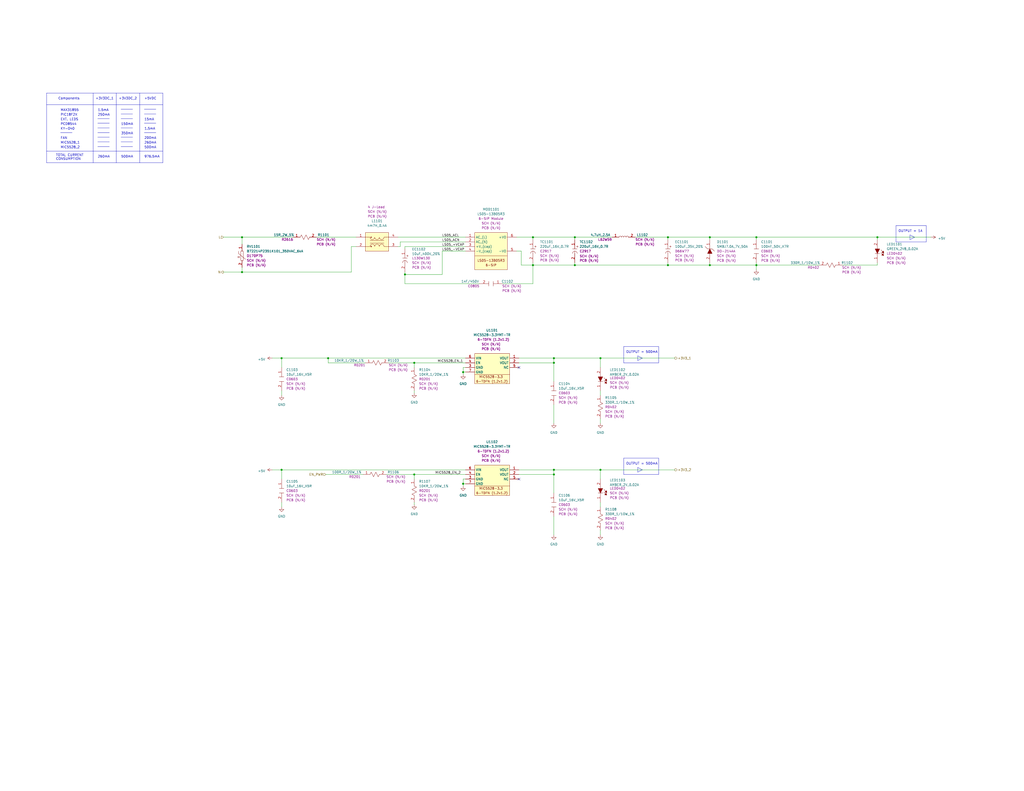
<source format=kicad_sch>
(kicad_sch (version 20230121) (generator eeschema)
  (paper "C")
  (title_block (title "Hot Plate") (date "09/15/2023") (rev "v1.0") (company "Mend0z0") (comment 1 "v1") (comment 2 "RELEASED") (comment 3 "Siavash Taher Parvar") (comment 8 "N/A"))
  (junction (at 387.35 144.78))
  (junction (at 327.66 195.58))
  (junction (at 364.49 129.54))
  (junction (at 290.83 129.54))
  (junction (at 252.73 203.2))
  (junction (at 302.26 256.54))
  (junction (at 226.06 259.08))
  (junction (at 252.73 264.16))
  (junction (at 153.67 195.58))
  (junction (at 226.06 198.12))
  (junction (at 290.83 144.78))
  (junction (at 364.49 144.78))
  (junction (at 302.26 259.08))
  (junction (at 132.08 148.59))
  (junction (at 412.75 129.54))
  (junction (at 412.75 144.78))
  (junction (at 313.69 144.78))
  (junction (at 132.08 129.54))
  (junction (at 478.79 129.54))
  (junction (at 179.07 195.58))
  (junction (at 302.26 195.58))
  (junction (at 220.98 149.86))
  (junction (at 302.26 198.12))
  (junction (at 387.35 129.54))
  (junction (at 313.69 129.54))
  (junction (at 327.66 256.54))
  (junction (at 153.67 256.54))
  (no_connect (at 283.21 200.66))
  (no_connect (at 283.21 261.62))
  (wire (pts (xy 290.83 129.54) (xy 290.83 130.81)))
  (wire (pts (xy 327.66 195.58) (xy 302.26 195.58)))
  (wire (pts (xy 220.98 149.86) (xy 220.98 154.94)))
  (wire (pts (xy 199.39 198.12) (xy 179.07 198.12)))
  (polyline (pts (xy 53.34 77.47) (xy 59.69 77.47)))
  (wire (pts (xy 302.26 231.14) (xy 302.26 220.98)))
  (wire (pts (xy 191.77 148.59) (xy 132.08 148.59)))
  (wire (pts (xy 241.3 137.16) (xy 241.3 149.86)))
  (wire (pts (xy 346.71 129.54) (xy 364.49 129.54)))
  (wire (pts (xy 364.49 143.51) (xy 364.49 144.78)))
  (wire (pts (xy 220.98 149.86) (xy 220.98 148.59)))
  (wire (pts (xy 387.35 129.54) (xy 387.35 130.81)))
  (polyline (pts (xy 53.34 67.31) (xy 59.69 67.31)))
  (polyline (pts (xy 66.04 74.93) (xy 72.39 74.93)))
  (wire (pts (xy 313.69 129.54) (xy 334.01 129.54)))
  (polyline (pts (xy 53.34 80.01) (xy 59.69 80.01)))
  (polyline (pts (xy 66.04 59.69) (xy 72.39 59.69)))
  (wire (pts (xy 364.49 144.78) (xy 387.35 144.78)))
  (polyline (pts (xy 63.5 50.8) (xy 63.5 88.9)))
  (wire (pts (xy 254 137.16) (xy 241.3 137.16)))
  (wire (pts (xy 160.02 129.54) (xy 132.08 129.54)))
  (wire (pts (xy 226.06 259.08) (xy 254 259.08)))
  (wire (pts (xy 172.72 129.54) (xy 194.31 129.54)))
  (polyline (pts (xy 53.34 64.77) (xy 59.69 64.77)))
  (polyline (pts (xy 359.41 259.08) (xy 340.36 259.08)))
  (wire (pts (xy 327.66 195.58) (xy 368.3 195.58)))
  (wire (pts (xy 254 195.58) (xy 179.07 195.58)))
  (polyline (pts (xy 347.98 194.31) (xy 350.52 195.58)))
  (polyline (pts (xy 78.74 72.39) (xy 85.09 72.39)))
  (polyline (pts (xy 340.36 250.19) (xy 340.36 259.08)))
  (wire (pts (xy 210.82 259.08) (xy 226.06 259.08)))
  (wire (pts (xy 132.08 148.59) (xy 132.08 146.05)))
  (wire (pts (xy 121.92 148.59) (xy 132.08 148.59)))
  (polyline (pts (xy 66.04 69.85) (xy 72.39 69.85)))
  (wire (pts (xy 313.69 130.81) (xy 313.69 129.54)))
  (wire (pts (xy 191.77 134.62) (xy 194.31 134.62)))
  (wire (pts (xy 302.26 256.54) (xy 302.26 259.08)))
  (polyline (pts (xy 340.36 250.19) (xy 359.41 250.19)))
  (polyline (pts (xy 78.74 67.31) (xy 85.09 67.31)))
  (wire (pts (xy 283.21 198.12) (xy 302.26 198.12)))
  (wire (pts (xy 412.75 147.32) (xy 412.75 144.78)))
  (polyline (pts (xy 505.46 132.08) (xy 488.95 132.08)))
  (wire (pts (xy 252.73 204.47) (xy 252.73 203.2)))
  (wire (pts (xy 327.66 256.54) (xy 368.3 256.54)))
  (polyline (pts (xy 347.98 255.27) (xy 347.98 257.81)))
  (wire (pts (xy 252.73 200.66) (xy 252.73 203.2)))
  (polyline (pts (xy 66.04 64.77) (xy 72.39 64.77)))
  (polyline (pts (xy 347.98 196.85) (xy 350.52 195.58)))
  (wire (pts (xy 218.44 132.08) (xy 254 132.08)))
  (polyline (pts (xy 488.95 123.19) (xy 505.46 123.19)))
  (polyline (pts (xy 496.57 128.27) (xy 499.11 129.54)))
  (polyline (pts (xy 78.74 59.69) (xy 85.09 59.69)))
  (wire (pts (xy 281.94 137.16) (xy 284.48 137.16)))
  (wire (pts (xy 290.83 144.78) (xy 313.69 144.78)))
  (polyline (pts (xy 76.2 50.8) (xy 76.2 88.9)))
  (wire (pts (xy 364.49 129.54) (xy 387.35 129.54)))
  (wire (pts (xy 254 200.66) (xy 252.73 200.66)))
  (polyline (pts (xy 25.4 57.15) (xy 88.9 57.15)))
  (wire (pts (xy 302.26 198.12) (xy 302.26 208.28)))
  (polyline (pts (xy 347.98 255.27) (xy 350.52 256.54)))
  (wire (pts (xy 252.73 265.43) (xy 252.73 264.16)))
  (wire (pts (xy 226.06 259.08) (xy 226.06 261.62)))
  (polyline (pts (xy 488.95 123.19) (xy 488.95 132.08)))
  (wire (pts (xy 132.08 129.54) (xy 132.08 133.35)))
  (polyline (pts (xy 359.41 250.19) (xy 359.41 259.08)))
  (wire (pts (xy 478.79 130.81) (xy 478.79 129.54)))
  (wire (pts (xy 327.66 200.66) (xy 327.66 195.58)))
  (wire (pts (xy 459.74 144.78) (xy 478.79 144.78)))
  (polyline (pts (xy 347.98 257.81) (xy 350.52 256.54)))
  (wire (pts (xy 412.75 130.81) (xy 412.75 129.54)))
  (wire (pts (xy 387.35 144.78) (xy 387.35 143.51)))
  (wire (pts (xy 284.48 144.78) (xy 290.83 144.78)))
  (wire (pts (xy 179.07 195.58) (xy 179.07 198.12)))
  (wire (pts (xy 412.75 129.54) (xy 387.35 129.54)))
  (wire (pts (xy 302.26 259.08) (xy 302.26 269.24)))
  (wire (pts (xy 153.67 256.54) (xy 254 256.54)))
  (polyline (pts (xy 25.4 82.55) (xy 88.9 82.55)))
  (wire (pts (xy 252.73 203.2) (xy 254 203.2)))
  (wire (pts (xy 313.69 143.51) (xy 313.69 144.78)))
  (wire (pts (xy 327.66 231.14) (xy 327.66 228.6)))
  (wire (pts (xy 153.67 256.54) (xy 153.67 261.62)))
  (wire (pts (xy 218.44 134.62) (xy 217.17 134.62)))
  (polyline (pts (xy 496.57 128.27) (xy 496.57 130.81)))
  (polyline (pts (xy 66.04 62.23) (xy 72.39 62.23)))
  (wire (pts (xy 327.66 292.1) (xy 327.66 289.56)))
  (polyline (pts (xy 505.46 123.19) (xy 505.46 132.08)))
  (wire (pts (xy 274.32 154.94) (xy 290.83 154.94)))
  (wire (pts (xy 313.69 144.78) (xy 364.49 144.78)))
  (wire (pts (xy 327.66 256.54) (xy 302.26 256.54)))
  (wire (pts (xy 412.75 144.78) (xy 387.35 144.78)))
  (wire (pts (xy 284.48 137.16) (xy 284.48 144.78)))
  (wire (pts (xy 226.06 198.12) (xy 226.06 200.66)))
  (polyline (pts (xy 359.41 189.23) (xy 359.41 198.12)))
  (polyline (pts (xy 347.98 194.31) (xy 347.98 196.85)))
  (wire (pts (xy 179.07 195.58) (xy 153.67 195.58)))
  (wire (pts (xy 478.79 129.54) (xy 412.75 129.54)))
  (wire (pts (xy 148.59 195.58) (xy 153.67 195.58)))
  (wire (pts (xy 283.21 259.08) (xy 302.26 259.08)))
  (wire (pts (xy 281.94 129.54) (xy 290.83 129.54)))
  (wire (pts (xy 302.26 195.58) (xy 302.26 198.12)))
  (wire (pts (xy 252.73 264.16) (xy 254 264.16)))
  (wire (pts (xy 508 129.54) (xy 478.79 129.54)))
  (polyline (pts (xy 66.04 80.01) (xy 72.39 80.01)))
  (polyline (pts (xy 53.34 69.85) (xy 59.69 69.85)))
  (wire (pts (xy 226.06 198.12) (xy 254 198.12)))
  (wire (pts (xy 327.66 274.32) (xy 327.66 276.86)))
  (wire (pts (xy 191.77 134.62) (xy 191.77 148.59)))
  (polyline (pts (xy 53.34 74.93) (xy 59.69 74.93)))
  (wire (pts (xy 212.09 198.12) (xy 226.06 198.12)))
  (wire (pts (xy 220.98 134.62) (xy 220.98 135.89)))
  (polyline (pts (xy 78.74 62.23) (xy 85.09 62.23)))
  (wire (pts (xy 153.67 213.36) (xy 153.67 215.9)))
  (polyline (pts (xy 53.34 72.39) (xy 59.69 72.39)))
  (polyline (pts (xy 340.36 189.23) (xy 340.36 198.12)))
  (polyline (pts (xy 66.04 77.47) (xy 72.39 77.47)))
  (polyline (pts (xy 496.57 130.81) (xy 499.11 129.54)))
  (wire (pts (xy 177.8 259.08) (xy 198.12 259.08)))
  (wire (pts (xy 254 261.62) (xy 252.73 261.62)))
  (wire (pts (xy 478.79 144.78) (xy 478.79 143.51)))
  (wire (pts (xy 217.17 129.54) (xy 254 129.54)))
  (polyline (pts (xy 50.8 50.8) (xy 50.8 88.9)))
  (wire (pts (xy 121.92 129.54) (xy 132.08 129.54)))
  (polyline (pts (xy 359.41 198.12) (xy 340.36 198.12)))
  (wire (pts (xy 412.75 144.78) (xy 447.04 144.78)))
  (wire (pts (xy 290.83 143.51) (xy 290.83 144.78)))
  (wire (pts (xy 290.83 154.94) (xy 290.83 144.78)))
  (wire (pts (xy 254 134.62) (xy 220.98 134.62)))
  (wire (pts (xy 252.73 261.62) (xy 252.73 264.16)))
  (wire (pts (xy 412.75 143.51) (xy 412.75 144.78)))
  (wire (pts (xy 153.67 195.58) (xy 153.67 200.66)))
  (polyline (pts (xy 33.02 72.39) (xy 39.37 72.39)))
  (wire (pts (xy 226.06 214.63) (xy 226.06 213.36)))
  (wire (pts (xy 364.49 129.54) (xy 364.49 130.81)))
  (wire (pts (xy 290.83 129.54) (xy 313.69 129.54)))
  (wire (pts (xy 327.66 261.62) (xy 327.66 256.54)))
  (wire (pts (xy 283.21 256.54) (xy 302.26 256.54)))
  (wire (pts (xy 302.26 292.1) (xy 302.26 281.94)))
  (wire (pts (xy 148.59 256.54) (xy 153.67 256.54)))
  (polyline (pts (xy 340.36 189.23) (xy 359.41 189.23)))
  (wire (pts (xy 220.98 149.86) (xy 241.3 149.86)))
  (wire (pts (xy 226.06 275.59) (xy 226.06 274.32)))
  (wire (pts (xy 218.44 134.62) (xy 218.44 132.08)))
  (wire (pts (xy 153.67 274.32) (xy 153.67 276.86)))
  (wire (pts (xy 283.21 195.58) (xy 302.26 195.58)))
  (wire (pts (xy 327.66 213.36) (xy 327.66 215.9)))
  (wire (pts (xy 220.98 154.94) (xy 261.62 154.94)))
  (rectangle (start 25.4 50.8) (end 88.9 88.9))
  (text "+5VDC" (at 78.74 54.61 0) (effects (font (size 1.27 1.27)) (justify left bottom)))
  (text "500mA" (at 78.74 81.28 0) (effects (font (size 1.27 1.27)) (justify left bottom)))
  (text "260mA" (at 53.34 86.36 0) (effects (font (size 1.27 1.27)) (justify left bottom)))
  (text "350mA" (at 66.04 73.66 0) (effects (font (size 1.27 1.27)) (justify left bottom)))
  (text "1.5mA" (at 53.34 60.96 0) (effects (font (size 1.27 1.27)) (justify left bottom)))
  (text "PIC18F2X" (at 33.02 63.5 0) (effects (font (size 1.27 1.27)) (justify left bottom)))
  (text "TOTAL CURRENT\nCONSUMPTION" (at 30.48 87.63 0) (effects (font (size 1.27 1.27)) (justify left bottom)))
  (text "EXT. LEDS" (at 33.02 66.04 0) (effects (font (size 1.27 1.27)) (justify left bottom)))
  (text "500mA" (at 66.04 86.36 0) (effects (font (size 1.27 1.27)) (justify left bottom)))
  (text "150mA" (at 66.04 68.58 0) (effects (font (size 1.27 1.27)) (justify left bottom)))
  (text "Components" (at 31.75 54.61 0) (effects (font (size 1.27 1.27)) (justify left bottom)))
  (text "200mA" (at 78.74 76.2 0) (effects (font (size 1.27 1.27)) (justify left bottom)))
  (text "260mA" (at 78.74 78.74 0) (effects (font (size 1.27 1.27)) (justify left bottom)))
  (text "+3V3DC_1" (at 52.07 54.61 0) (effects (font (size 1.27 1.27)) (justify left bottom)))
  (text "1.5mA" (at 78.74 71.12 0) (effects (font (size 1.27 1.27)) (justify left bottom)))
  (text "FAN" (at 33.02 76.2 0) (effects (font (size 1.27 1.27)) (justify left bottom)))
  (text "15mA" (at 78.74 66.04 0) (effects (font (size 1.27 1.27)) (justify left bottom)))
  (text "OUTPUT = 500mA" (at 341.63 254 0) (effects (font (size 1.27 1.27)) (justify left bottom)))
  (text "976.5mA" (at 78.74 86.36 0) (effects (font (size 1.27 1.27)) (justify left bottom)))
  (text "+3V3DC_2" (at 64.77 54.61 0) (effects (font (size 1.27 1.27)) (justify left bottom)))
  (text "MIC5528_1" (at 33.02 78.74 0) (effects (font (size 1.27 1.27)) (justify left bottom)))
  (text "PCD8544" (at 33.02 68.58 0) (effects (font (size 1.27 1.27)) (justify left bottom)))
  (text "OUTPUT = 500mA" (at 341.63 193.04 0) (effects (font (size 1.27 1.27)) (justify left bottom)))
  (text "250mA" (at 53.34 63.5 0) (effects (font (size 1.27 1.27)) (justify left bottom)))
  (text "OUTPUT = 1A" (at 490.22 127 0) (effects (font (size 1.27 1.27)) (justify left bottom)))
  (text "MAX31855" (at 33.02 60.96 0) (effects (font (size 1.27 1.27)) (justify left bottom)))
  (text "MIC5528_2" (at 33.02 81.28 0) (effects (font (size 1.27 1.27)) (justify left bottom)))
  (text "KY-040" (at 33.02 71.12 0) (effects (font (size 1.27 1.27)) (justify left bottom)))
  (label "LS05_ACN" (at 241.3 132.08 0))
  (label "LS05_+VCAP" (at 241.3 134.62 0))
  (label "MIC5528_EN_2" (at 237.49 259.08 0))
  (label "LS05_ACL" (at 241.3 129.54 0))
  (label "LS05_-VCAP" (at 241.3 137.16 0))
  (label "MIC5528_EN_1" (at 238.76 198.12 0))
  (hierarchical_label "+3V3_1" (shape output) (at 368.3 195.58 0))
  (hierarchical_label "EN_PWR" (shape input) (at 177.8 259.08 180))
  (hierarchical_label "N" (shape output) (at 121.92 148.59 180))
  (hierarchical_label "L" (shape input) (at 121.92 129.54 180))
  (hierarchical_label "+3V3_2" (shape output) (at 368.3 256.54 0))
  (symbol (lib_id "_SCHLIB_HotPlate:CAP_10uF_16V_X5R_C0603") (at 153.67 261.62 270) (unit 1)
    (property "Reference" "C1105" (at 156.21 262.89 90) (effects (justify left)))
    (property "Value" "10uF_16V_X5R" (at 156.21 265.43 90) (effects (justify left)))
    (property "Footprint" "Capacitor_SMD:C_0603_1608Metric" (effects hide))
    (property "Datasheet" "https://search.murata.co.jp/Ceramy/image/img/A01X/G101/ENG/GRT188R61C106KE13-01.pdf" (effects hide))
    (property "Description" "10 µF ±10% 16V Ceramic Capacitor X5R 0603 (1608 Metric)" (effects hide))
    (property "Link" "https://www.digikey.ca/en/products/detail/murata-electronics/GRT188R61C106KE13J/13904802" (effects hide))
    (property "SCH CHECK" "SCH (N/A)" (at 156.21 270.51 90) (effects (justify left)))
    (property "Package" "C0603" (at 156.21 267.97 90) (effects (justify left)))
    (property "Part Number (Manufacturer)" "GRT188R61C106KE13J" (effects hide))
    (property "Manufacturer" "Murata Electronics" (effects hide))
    (property "Part Number (Vendor)" "490-GRT188R61C106KE13JTR-ND" (effects hide))
    (property "Vendor" "Digikey" (effects hide))
    (property "PCB CHECk" "PCB (N/A)" (at 156.21 273.05 90) (effects (justify left)))
  )
  (symbol (lib_id "_SCHLIB_HotPlate:VDR_MOV_B72214P2351K101_350VAC_460VDC_6kA_D170P75") (at 132.08 133.35 270) (unit 1)
    (property "Reference" "RV1101" (at 134.62 134.62 90) (effects (justify left)))
    (property "Value" "B72214P2351K101_350VAC_6kA" (at 134.62 137.16 90) (effects (justify left)))
    (property "Footprint" "Varistor:RV_Disc_D16.5mm_W6.7mm_P7.5mm" (effects hide))
    (property "Datasheet" "https://product.tdk.com/en/system/files?file=dam/doc/product/protection/voltage/lead-disk-varistor/data_sheet/70/db/var/siov_leaded_advanced_mp_14mm.pdf" (effects hide))
    (property "Description" "560 V 6 kA Varistor 1 Circuit Through Hole Disc 16.5mm" (effects hide))
    (property "Link" "https://www.digikey.ca/en/products/detail/epcos-tdk-electronics/B72214P2351K101/4931638" (effects hide))
    (property "SCH CHECK" "SCH (N/A)" (at 134.62 142.24 90) (effects (justify left)))
    (property "Package" "D170P75" (at 134.62 139.7 90) (effects (justify left)))
    (property "Part Number (Manufacturer)" "B72214P2351K101" (effects hide))
    (property "Manufacturer" "EPCOS - TDK Electronics" (effects hide))
    (property "Part Number (Vendor)" "495-B72214P2351K101-ND" (effects hide))
    (property "Vendor" "Digikey" (effects hide))
    (property "PCB CHECk" "PCB (N/A)" (at 134.62 144.78 90) (effects (justify left)))
  )
  (symbol (lib_id "power:GND") (at 302.26 231.14 0) (unit 1)
    (property "Reference" "#PWR01107" (effects hide))
    (property "Value" "GND" (at 302.26 236.22 0))
  )
  (symbol (lib_id "_SCHLIB_HotPlate:DIODE_LED_AMBER_2V_0.02A_592nm_LED0402") (at 327.66 200.66 270) (unit 1)
    (property "Reference" "LED1102" (at 332.74 201.93 90) (effects (justify left)))
    (property "Value" "AMBER_2V_0.02A" (at 332.74 204.47 90) (effects (justify left)))
    (property "Footprint" "LED_SMD:LED_0402_1005Metric" (effects hide))
    (property "Datasheet" "https://media.digikey.com/pdf/Data%20Sheets/Harvatek%20PDFs/B2841UY--20D000414U1930.pdf" (effects hide))
    (property "Description" "Amber LED Indication - Discrete 2V 0402 (1005 Metric)" (effects hide))
    (property "Link" "https://www.digikey.ca/en/products/detail/harvatek-corporation/B2841UY-20D000414U1930/16729525" (effects hide))
    (property "SCH CHECK" "SCH (N/A)" (at 332.74 208.9785 90) (effects (justify left)))
    (property "Package" "LED0402" (at 332.74 206.4385 90) (effects (justify left)))
    (property "Part Number (Manufacturer)" "B2841UY--20D000414U1930" (effects hide))
    (property "Manufacturer" "Harvatek Corporation" (effects hide))
    (property "Part Number (Vendor)" "3147-B2841UY--20D000414U1930TR-ND" (effects hide))
    (property "Vendor" "Digikey" (effects hide))
    (property "PCB CHECk" "PCB (N/A)" (at 332.74 211.5185 90) (effects (justify left)))
  )
  (symbol (lib_id "power:GND") (at 226.06 275.59 0) (unit 1)
    (property "Reference" "#PWR01111" (effects hide))
    (property "Value" "GND" (at 226.06 280.67 0))
  )
  (symbol (lib_id "_SCHLIB_HotPlate:RES_330R_1/10W_1%_R0402") (at 327.66 276.86 270) (unit 1)
    (property "Reference" "R1108" (at 330.2 278.13 90) (effects (justify left)))
    (property "Value" "330R_1/10W_1%" (at 330.2 280.67 90) (effects (justify left)))
    (property "Footprint" "Resistor_SMD:R_0402_1005Metric" (effects hide))
    (property "Datasheet" "https://industrial.panasonic.com/cdbs/www-data/pdf/RDA0000/AOA0000C304.pdf" (effects hide))
    (property "Description" "330 Ohms ±1% 0.1W, 1/10W Chip Resistor 0402 (1005 Metric) Automotive AEC-Q200 Thick Film" (effects hide))
    (property "Link" "https://www.digikey.ca/en/products/detail/panasonic-electronic-components/ERJ-2RKF3300X/1746189" (effects hide))
    (property "SCH CHECK" "SCH (N/A)" (at 330.2 285.75 90) (effects (justify left)))
    (property "Package" "R0402" (at 330.2 283.21 90) (effects (justify left)))
    (property "Part Number (Manufacturer)" "ERJ-2RKF3300X" (effects hide))
    (property "Manufacturer" "Panasonic Electronic Components" (effects hide))
    (property "Part Number (Vendor)" "P330LTR-ND" (effects hide))
    (property "Vendor" "Digikey" (effects hide))
    (property "PCB CHECk" "PCB (N/A)" (at 330.2 288.29 90) (effects (justify left)))
  )
  (symbol (lib_id "_SCHLIB_HotPlate:RES_10KR_1/20W_1%_R0201") (at 226.06 200.66 270) (unit 1)
    (property "Reference" "R1104" (at 228.6 201.93 90) (effects (justify left)))
    (property "Value" "10KR_1/20W_1%" (at 228.6 204.47 90) (effects (justify left)))
    (property "Footprint" "Resistor_SMD:R_0201_0603Metric" (effects hide))
    (property "Datasheet" "https://www.seielect.com/Catalog/SEI-RMCF_RMCP.pdf" (effects hide))
    (property "Description" "10 kOhms ±1% 0.05W, 1/20W Chip Resistor 0201 (0603 Metric) Thick Film" (effects hide))
    (property "Link" "https://www.digikey.ca/en/products/detail/stackpole-electronics-inc/RMCF0201FT10K0/1714990" (effects hide))
    (property "SCH CHECK" "SCH (N/A)" (at 228.6 209.55 90) (effects (justify left)))
    (property "Package" "R0201" (at 228.6 207.01 90) (effects (justify left)))
    (property "Part Number (Manufacturer)" "RMCF0201FT10K0" (effects hide))
    (property "Manufacturer" "Stackpole Electronics Inc" (effects hide))
    (property "Part Number (Vendor)" "RMCF0201FT10K0TR-ND" (effects hide))
    (property "Vendor" "Digikey" (effects hide))
    (property "PCB CHECk" "PCB (N/A)" (at 228.6 212.09 90) (effects (justify left)))
  )
  (symbol (lib_id "power:+5V") (at 148.59 256.54 90) (unit 1)
    (property "Reference" "#PWR01109" (effects hide))
    (property "Value" "+5V" (at 144.78 257.175 90) (effects (justify left)))
  )
  (symbol (lib_id "power:+5V") (at 508 129.54 270) (unit 1)
    (property "Reference" "#PWR01101" (effects hide))
    (property "Value" "+5V" (at 511.81 130.175 90) (effects (justify left)))
  )
  (symbol (lib_id "_SCHLIB_HotPlate:IC_PMIC_MIC5528-3.3YMT-TR_LDO_3.3V_0.5A_6-TDFN (1.2x1.2)") (at 259.08 193.04 0) (unit 1)
    (property "Reference" "U1101" (at 268.4587 180.34 0))
    (property "Value" "MIC5528-3.3YMT-TR" (at 268.4587 182.88 0))
    (property "Footprint" "Package_DFN_QFN:DFN-6-1EP_1.2x1.2mm_P0.4mm_EP0.3x0.94mm_PullBack" (effects hide))
    (property "Datasheet" "https://ww1.microchip.com/downloads/aemDocuments/documents/OTH/ProductDocuments/DataSheets/MIC5528-High-Performance-500mA-LDO-in-Thin-and-Extra-Thin-DFN-Packages-DS20005982B.pdf" (effects hide))
    (property "Description" "Linear Voltage Regulator IC Positive Fixed 1 Output 500mA 6-TDFN (1.2x1.2)" (effects hide))
    (property "Link" "https://www.digikey.ca/en/products/detail/microchip-technology/MIC5528-3-3YMT-TR/4864020" (effects hide))
    (property "SCH CHECK" "SCH (N/A)" (at 267.97 187.96 0))
    (property "Part Number (Manufacturer)" "MIC5528-3.3YMT-TR" (effects hide))
    (property "Package" "6-TDFN (1.2x1.2)" (at 269.24 185.42 0))
    (property "Manufacturer" "Microchip Technology" (effects hide))
    (property "Part Number (Vendor)" "576-4766-2-ND" (effects hide))
    (property "Vendor" "Digikey" (effects hide))
    (property "PCB CHECk" "PCB (N/A)" (at 267.97 190.5 0))
  )
  (symbol (lib_id "_SCHLIB_HotPlate:DIODE_TVS_SMBJ7.0A_7V_7.78V_50A(10/1000us)_SMB") (at 387.35 143.51 90) (unit 1)
    (property "Reference" "D1101" (at 391.16 132.08 90) (effects (justify right)))
    (property "Value" "SMBJ7.0A_7V_50A" (at 391.16 134.62 90) (effects (justify right)))
    (property "Footprint" "Diode_SMD:D_SMB" (effects hide))
    (property "Datasheet" "https://www.bourns.com/docs/Product-Datasheets/SMBJ.pdf" (effects hide))
    (property "Description" "12V Clamp 50A Ipp Tvs Diode Surface Mount SMB (DO-214AA)" (effects hide))
    (property "Link" "https://www.digikey.ca/en/products/detail/bourns-inc/SMBJ7-0A/2254167" (effects hide))
    (property "SCH CHECK" "SCH (N/A)" (at 391.16 139.7 90) (effects (justify right)))
    (property "Part Number (Manufacturer)" "SMBJ7.0A" (effects hide))
    (property "Package" "DO-214AA" (at 391.16 137.16 90) (effects (justify right)))
    (property "Manufacturer" "Bourns Inc." (effects hide))
    (property "Part Number (Vendor)" "SMBJ7.0ABTR-ND" (effects hide))
    (property "Vendor" "Digikey" (effects hide))
    (property "PCB CHECk" "PCB (N/A)" (at 391.16 142.24 90) (effects (justify right)))
  )
  (symbol (lib_id "_SCHLIB_HotPlate:CAP_100nF_50V_X7R_C0603") (at 412.75 130.81 270) (unit 1)
    (property "Reference" "C1101" (at 415.29 132.08 90) (effects (justify left)))
    (property "Value" "100nF_50V_X7R" (at 415.29 134.62 90) (effects (justify left)))
    (property "Footprint" "Capacitor_SMD:C_0603_1608Metric" (effects hide))
    (property "Datasheet" "https://mm.digikey.com/Volume0/opasdata/d220001/medias/docus/609/CL10B104KB8NNNC_Spec.pdf" (effects hide))
    (property "Description" "0.1 µF ±10% 50V Ceramic Capacitor X7R 0603 (1608 Metric)" (effects hide))
    (property "Link" "https://www.digikey.ca/en/products/detail/samsung-electro-mechanics/CL10B104KB8NNNC/3886658" (effects hide))
    (property "SCH CHECK" "SCH (N/A)" (at 415.29 139.7 90) (effects (justify left)))
    (property "Package" "C0603" (at 415.29 137.16 90) (effects (justify left)))
    (property "Part Number (Manufacturer)" "CL10B104KB8NNNC" (effects hide))
    (property "Manufacturer" "1276-1000-2-ND" (effects hide))
    (property "Part Number (Vendor)" "Samsung Electro-Mechanics" (effects hide))
    (property "Vendor" "Digikey" (effects hide))
    (property "PCB CHECk" "PCB (N/A)" (at 415.29 142.24 90) (effects (justify left)))
  )
  (symbol (lib_id "_SCHLIB_HotPlate:CAP_TANT_220uF_16V_0.7R_Size N") (at 313.69 130.81 270) (unit 1)
    (property "Reference" "TC1102" (at 316.23 132.08 90) (effects (justify left)))
    (property "Value" "220uF_16V_0.7R" (at 316.23 134.62 90) (effects (justify left)))
    (property "Footprint" "Capacitor_Tantalum_SMD:CP_EIA-7343-30_AVX-N" (effects hide))
    (property "Datasheet" "https://datasheets.kyocera-avx.com/F93.pdf" (effects hide))
    (property "Description" "220 µF Molded Tantalum Capacitors 16 V 2917 (7343 Metric) 700mOhm @ 100kHz" (effects hide))
    (property "Link" "https://www.digikey.ca/en/products/detail/kyocera-avx/F931C227MNC/4005195" (effects hide))
    (property "SCH CHECK" "SCH (N/A)" (at 316.23 139.8863 90) (effects (justify left)))
    (property "Package" "C2917" (at 316.23 137.16 90) (effects (justify left)))
    (property "Part Number (Manufacturer)" "F931C227MNC" (effects hide))
    (property "Manufacturer" "KYOCERA AVX" (effects hide))
    (property "Part Number (Vendor)" "478-8258-2-ND" (effects hide))
    (property "Vendor" "Digikey" (effects hide))
    (property "PCB CHECk" "PCB (N/A)" (at 316.23 142.24 90) (effects (justify left)))
  )
  (symbol (lib_id "_SCHLIB_HotPlate:IC_PMIC_MIC5528-3.3YMT-TR_LDO_3.3V_0.5A_6-TDFN (1.2x1.2)") (at 259.08 254 0) (unit 1)
    (property "Reference" "U1102" (at 268.4587 241.3 0))
    (property "Value" "MIC5528-3.3YMT-TR" (at 268.4587 243.84 0))
    (property "Footprint" "Package_DFN_QFN:DFN-6-1EP_1.2x1.2mm_P0.4mm_EP0.3x0.94mm_PullBack" (effects hide))
    (property "Datasheet" "https://ww1.microchip.com/downloads/aemDocuments/documents/OTH/ProductDocuments/DataSheets/MIC5528-High-Performance-500mA-LDO-in-Thin-and-Extra-Thin-DFN-Packages-DS20005982B.pdf" (effects hide))
    (property "Description" "Linear Voltage Regulator IC Positive Fixed 1 Output 500mA 6-TDFN (1.2x1.2)" (effects hide))
    (property "Link" "https://www.digikey.ca/en/products/detail/microchip-technology/MIC5528-3-3YMT-TR/4864020" (effects hide))
    (property "SCH CHECK" "SCH (N/A)" (at 267.97 248.92 0))
    (property "Part Number (Manufacturer)" "MIC5528-3.3YMT-TR" (effects hide))
    (property "Package" "6-TDFN (1.2x1.2)" (at 269.24 246.38 0))
    (property "Manufacturer" "Microchip Technology" (effects hide))
    (property "Part Number (Vendor)" "576-4766-2-ND" (effects hide))
    (property "Vendor" "Digikey" (effects hide))
    (property "PCB CHECk" "PCB (N/A)" (at 267.97 251.46 0))
  )
  (symbol (lib_id "_SCHLIB_HotPlate:CAP_ALUM_100uF_35V_20%_D66W77") (at 364.49 130.81 270) (unit 1)
    (property "Reference" "EC1101" (at 368.3 132.08 90) (effects (justify left)))
    (property "Value" "100uF_35V_20%" (at 368.3 134.62 90) (effects (justify left)))
    (property "Footprint" "Capacitor_SMD:CP_Elec_6.3x7.7" (effects hide))
    (property "Datasheet" "https://www.cde.com/resources/catalogs/AFK.pdf" (effects hide))
    (property "Description" "100 µF 35 V Aluminum Electrolytic Capacitors Radial, Can - SMD 340mOhm @ 100kHz 2000 Hrs @ 105°C" (effects hide))
    (property "Link" "https://www.digikey.ca/en/products/detail/cornell-dubilier-electronics-cde/AFK107M35X16T-F/1922421" (effects hide))
    (property "SCH CHECK" "SCH (N/A)" (at 368.3 139.7 90) (effects (justify left)))
    (property "Package" "D66W77" (at 368.3 137.16 90) (effects (justify left)))
    (property "Part Number (Manufacturer)" "AFK107M35X16T-F" (effects hide))
    (property "Manufacturer" "Cornell Dubilier Electronics (CDE)" (effects hide))
    (property "Part Number (Vendor)" "338-2144-2-ND" (effects hide))
    (property "Vendor" "Digikey" (effects hide))
    (property "PCB CHECk" "PCB (N/A)" (at 368.3 142.0537 90) (effects (justify left)))
  )
  (symbol (lib_id "power:+5V") (at 148.59 195.58 90) (unit 1)
    (property "Reference" "#PWR01103" (effects hide))
    (property "Value" "+5V" (at 144.78 196.215 90) (effects (justify left)))
  )
  (symbol (lib_id "_SCHLIB_HotPlate:CAP_ALUM_10uF_400V_20%_L130W130") (at 220.98 135.89 270) (unit 1)
    (property "Reference" "EC1102" (at 224.79 136.0763 90) (effects (justify left)))
    (property "Value" "10uF_400V_20%" (at 224.79 138.6163 90) (effects (justify left)))
    (property "Footprint" "_PCBLIB_HotPlate:CAP_S-V_12P5X13P5_RUB" (effects hide))
    (property "Datasheet" "https://www.rubycon.co.jp/wp-content/uploads/catalog-aluminum/SGV.pdf" (effects hide))
    (property "Description" "10 µF 400 V Aluminum Electrolytic Capacitors Radial, Can - SMD 5000 Hrs @ 105°C" (effects hide))
    (property "Link" "https://www.digikey.ca/en/products/detail/rubycon/400SGV10M12-5X13-5/6185668" (effects hide))
    (property "SCH CHECK" "SCH (N/A)" (at 224.79 143.51 90) (effects (justify left)))
    (property "Package" "L130W130" (at 224.79 140.97 90) (effects (justify left)))
    (property "Part Number (Manufacturer)" "400SGV10M12.5X13.5" (effects hide))
    (property "Manufacturer" "Rubycon" (effects hide))
    (property "Part Number (Vendor)" "1189-4102-2-ND" (effects hide))
    (property "Vendor" "Digikey" (effects hide))
    (property "PCB CHECk" "PCB (N/A)" (at 224.79 146.05 90) (effects (justify left)))
  )
  (symbol (lib_id "_SCHLIB_HotPlate:RES_10KR_1/20W_1%_R0201") (at 226.06 261.62 270) (unit 1)
    (property "Reference" "R1107" (at 228.6 262.89 90) (effects (justify left)))
    (property "Value" "10KR_1/20W_1%" (at 228.6 265.43 90) (effects (justify left)))
    (property "Footprint" "Resistor_SMD:R_0201_0603Metric" (effects hide))
    (property "Datasheet" "https://www.seielect.com/Catalog/SEI-RMCF_RMCP.pdf" (effects hide))
    (property "Description" "10 kOhms ±1% 0.05W, 1/20W Chip Resistor 0201 (0603 Metric) Thick Film" (effects hide))
    (property "Link" "https://www.digikey.ca/en/products/detail/stackpole-electronics-inc/RMCF0201FT10K0/1714990" (effects hide))
    (property "SCH CHECK" "SCH (N/A)" (at 228.6 270.51 90) (effects (justify left)))
    (property "Package" "R0201" (at 228.6 267.97 90) (effects (justify left)))
    (property "Part Number (Manufacturer)" "RMCF0201FT10K0" (effects hide))
    (property "Manufacturer" "Stackpole Electronics Inc" (effects hide))
    (property "Part Number (Vendor)" "RMCF0201FT10K0TR-ND" (effects hide))
    (property "Vendor" "Digikey" (effects hide))
    (property "PCB CHECk" "PCB (N/A)" (at 228.6 273.05 90) (effects (justify left)))
  )
  (symbol (lib_id "_SCHLIB_HotPlate:IND_CMC_50475C_4.7mH_0.4A_0.7R_4 J-Lead") (at 199.39 127 0) (unit 1)
    (property "Reference" "L1101" (at 205.74 120.65 0))
    (property "Value" "4m7H_0.4A" (at 205.74 123.19 0))
    (property "Footprint" "_PCBLIB_HotPlate:IND_50XXXC_MUR" (effects hide))
    (property "Datasheet" "https://www.murata.com/products/productdata/8816045555742/kmp-5000c.pdf" (effects hide))
    (property "Description" "4.7 mH @ 100 kHz 2 Line Common Mode Choke Surface Mount 400mA DCR 700mOhm" (effects hide))
    (property "Link" "https://www.digikey.ca/en/products/detail/murata-power-solutions-inc/50475C/1924515?s=N4IgjCBcoEwdIDGUBmBDANgZwKYBoQB7KAbRAGYAOAThhnJAF0CAHAFyhAGU2AnASwB2AcxABfAmGqUooZJHTZ8RUuDjkYANiasOkbnyGiJ4WgwTzFuAsUhkpMagFZtBdTCcB2EG7haZbuSank4yzCDsnDwCIuKS0tSySKiY1ip2IAAMTCZ0njIWKUo2qgAsAHSeAAQAtgASVQACVWCZmVUA1nUAXjoReiAAwoQAriwYOAAmAKqC-GwA8igAsjhoWCO8OHEgALQwSfJ8I8q2ZE45YmJAA" (effects hide))
    (property "SCH CHECK" "SCH (N/A)" (at 200.66 115.57 0) (effects (justify left)))
    (property "Part Number (Manufacturer)" "50475C" (effects hide))
    (property "Package" "4 J-Lead" (at 200.66 113.03 0) (effects (justify left)))
    (property "Manufacturer" "Murata Power Solutions Inc." (effects hide))
    (property "Part Number (Vendor)" "811-1186-2-ND" (effects hide))
    (property "Vendor" "Digikey" (effects hide))
    (property "PCB CHECk" "PCB (N/A)" (at 200.66 118.11 0) (effects (justify left)))
  )
  (symbol (lib_id "_SCHLIB_HotPlate:RES_10KR_1/20W_1%_R0201") (at 199.39 198.12 0) (unit 1)
    (property "Reference" "R1103" (at 214.63 196.85 0))
    (property "Value" "10KR_1/20W_1%" (at 190.5 196.85 0))
    (property "Footprint" "Resistor_SMD:R_0201_0603Metric" (effects hide))
    (property "Datasheet" "https://www.seielect.com/Catalog/SEI-RMCF_RMCP.pdf" (effects hide))
    (property "Description" "10 kOhms ±1% 0.05W, 1/20W Chip Resistor 0201 (0603 Metric) Thick Film" (effects hide))
    (property "Link" "https://www.digikey.ca/en/products/detail/stackpole-electronics-inc/RMCF0201FT10K0/1714990" (effects hide))
    (property "SCH CHECK" "SCH (N/A)" (at 212.09 199.39 0) (effects (justify left)))
    (property "Package" "R0201" (at 193.04 199.39 0) (effects (justify left)))
    (property "Part Number (Manufacturer)" "RMCF0201FT10K0" (effects hide))
    (property "Manufacturer" "Stackpole Electronics Inc" (effects hide))
    (property "Part Number (Vendor)" "RMCF0201FT10K0TR-ND" (effects hide))
    (property "Vendor" "Digikey" (effects hide))
    (property "PCB CHECk" "PCB (N/A)" (at 212.09 201.93 0) (effects (justify left)))
  )
  (symbol (lib_id "_SCHLIB_HotPlate:CAP_10uF_16V_X5R_C0603") (at 302.26 208.28 270) (unit 1)
    (property "Reference" "C1104" (at 304.8 209.55 90) (effects (justify left)))
    (property "Value" "10uF_16V_X5R" (at 304.8 212.09 90) (effects (justify left)))
    (property "Footprint" "Capacitor_SMD:C_0603_1608Metric" (effects hide))
    (property "Datasheet" "https://search.murata.co.jp/Ceramy/image/img/A01X/G101/ENG/GRT188R61C106KE13-01.pdf" (effects hide))
    (property "Description" "10 µF ±10% 16V Ceramic Capacitor X5R 0603 (1608 Metric)" (effects hide))
    (property "Link" "https://www.digikey.ca/en/products/detail/murata-electronics/GRT188R61C106KE13J/13904802" (effects hide))
    (property "SCH CHECK" "SCH (N/A)" (at 304.8 217.17 90) (effects (justify left)))
    (property "Package" "C0603" (at 304.8 214.63 90) (effects (justify left)))
    (property "Part Number (Manufacturer)" "GRT188R61C106KE13J" (effects hide))
    (property "Manufacturer" "Murata Electronics" (effects hide))
    (property "Part Number (Vendor)" "490-GRT188R61C106KE13JTR-ND" (effects hide))
    (property "Vendor" "Digikey" (effects hide))
    (property "PCB CHECk" "PCB (N/A)" (at 304.8 219.71 90) (effects (justify left)))
  )
  (symbol (lib_id "power:GND") (at 302.26 292.1 0) (unit 1)
    (property "Reference" "#PWR01113" (effects hide))
    (property "Value" "GND" (at 302.26 297.18 0))
  )
  (symbol (lib_id "_SCHLIB_HotPlate:RES_100R_1/20W_1%_R0201") (at 198.12 259.08 0) (unit 1)
    (property "Reference" "R1106" (at 214.63 257.81 0))
    (property "Value" "100R_1/20W_1%" (at 189.23 257.81 0))
    (property "Footprint" "Resistor_SMD:R_0201_0603Metric" (effects hide))
    (property "Datasheet" "https://www.seielect.com/Catalog/SEI-RMCF_RMCP.pdf" (effects hide))
    (property "Description" "100 Ohms ±1% 0.05W, 1/20W Chip Resistor 0201 (0603 Metric) Thick Film" (effects hide))
    (property "Link" "https://www.digikey.ca/en/products/detail/stackpole-electronics-inc/RMCF0201FT100R/1714988" (effects hide))
    (property "SCH CHECK" "SCH (N/A)" (at 210.82 260.35 0) (effects (justify left)))
    (property "Package" "R0201" (at 190.5 260.35 0) (effects (justify left)))
    (property "Part Number (Manufacturer)" "RMCF0201FT100R" (effects hide))
    (property "Manufacturer" "Stackpole Electronics Inc" (effects hide))
    (property "Part Number (Vendor)" "RMCF0201FT100RTR-ND" (effects hide))
    (property "Vendor" "Digikey" (effects hide))
    (property "PCB CHECk" "PCB (N/A)" (at 210.82 262.89 0) (effects (justify left)))
  )
  (symbol (lib_id "_SCHLIB_HotPlate:CAP_TANT_220uF_16V_0.7R_Size N") (at 290.83 130.81 270) (unit 1)
    (property "Reference" "TC1101" (at 294.64 132.08 90) (effects (justify left)))
    (property "Value" "220uF_16V_0.7R" (at 294.64 134.62 90) (effects (justify left)))
    (property "Footprint" "Capacitor_Tantalum_SMD:CP_EIA-7343-30_AVX-N" (effects hide))
    (property "Datasheet" "https://datasheets.kyocera-avx.com/F93.pdf" (effects hide))
    (property "Description" "220 µF Molded Tantalum Capacitors 16 V 2917 (7343 Metric) 700mOhm @ 100kHz" (effects hide))
    (property "Link" "https://www.digikey.ca/en/products/detail/kyocera-avx/F931C227MNC/4005195" (effects hide))
    (property "SCH CHECK" "SCH (N/A)" (at 294.64 139.7 90) (effects (justify left)))
    (property "Package" "C2917" (at 294.64 137.16 90) (effects (justify left)))
    (property "Part Number (Manufacturer)" "F931C227MNC" (effects hide))
    (property "Manufacturer" "KYOCERA AVX" (effects hide))
    (property "Part Number (Vendor)" "478-8258-2-ND" (effects hide))
    (property "Vendor" "Digikey" (effects hide))
    (property "PCB CHECk" "PCB (N/A)" (at 294.64 142.0537 90) (effects (justify left)))
  )
  (symbol (lib_id "power:GND") (at 252.73 265.43 0) (unit 1)
    (property "Reference" "#PWR01110" (effects hide))
    (property "Value" "GND" (at 252.73 270.51 0))
  )
  (symbol (lib_id "power:GND") (at 327.66 231.14 0) (unit 1)
    (property "Reference" "#PWR01108" (effects hide))
    (property "Value" "GND" (at 327.66 236.22 0))
  )
  (symbol (lib_id "_SCHLIB_HotPlate:CAP_10uF_16V_X5R_C0603") (at 302.26 269.24 270) (unit 1)
    (property "Reference" "C1106" (at 304.8 270.51 90) (effects (justify left)))
    (property "Value" "10uF_16V_X5R" (at 304.8 273.05 90) (effects (justify left)))
    (property "Footprint" "Capacitor_SMD:C_0603_1608Metric" (effects hide))
    (property "Datasheet" "https://search.murata.co.jp/Ceramy/image/img/A01X/G101/ENG/GRT188R61C106KE13-01.pdf" (effects hide))
    (property "Description" "10 µF ±10% 16V Ceramic Capacitor X5R 0603 (1608 Metric)" (effects hide))
    (property "Link" "https://www.digikey.ca/en/products/detail/murata-electronics/GRT188R61C106KE13J/13904802" (effects hide))
    (property "SCH CHECK" "SCH (N/A)" (at 304.8 278.13 90) (effects (justify left)))
    (property "Package" "C0603" (at 304.8 275.59 90) (effects (justify left)))
    (property "Part Number (Manufacturer)" "GRT188R61C106KE13J" (effects hide))
    (property "Manufacturer" "Murata Electronics" (effects hide))
    (property "Part Number (Vendor)" "490-GRT188R61C106KE13JTR-ND" (effects hide))
    (property "Vendor" "Digikey" (effects hide))
    (property "PCB CHECk" "PCB (N/A)" (at 304.8 280.67 90) (effects (justify left)))
  )
  (symbol (lib_id "power:GND") (at 153.67 215.9 0) (unit 1)
    (property "Reference" "#PWR01106" (effects hide))
    (property "Value" "GND" (at 153.67 220.98 0))
  )
  (symbol (lib_id "_SCHLIB_HotPlate:RES_15R_2W_5%_R2616") (at 160.02 129.54 0) (unit 1)
    (property "Reference" "R1101" (at 176.53 128.27 0))
    (property "Value" "15R_2W_5%" (at 154.94 128.27 0))
    (property "Footprint" "_PCBLIB_HotPlate:RES_SMF2_TYCO_TYC" (effects hide))
    (property "Datasheet" "https://www.te.com/usa-en/product-5-1676966-3.datasheet.pdf" (effects hide))
    (property "Description" "15 Ohms ±5% 2W Chip Resistor 2616 (6740 Metric), J-Lead Flame Retardant Coating, Safety Wirewound" (effects hide))
    (property "Link" "https://www.digikey.ca/en/products/detail/te-connectivity-passive-product/SMW215RJT/2366515" (effects hide))
    (property "SCH CHECK" "SCH (N/A)" (at 172.72 130.81 0) (effects (justify left)))
    (property "Package" "R2616" (at 153.67 130.81 0) (effects (justify left)))
    (property "Part Number (Manufacturer)" "SMW215RJT" (effects hide))
    (property "Manufacturer" "TE Connectivity Passive Product" (effects hide))
    (property "Part Number (Vendor)" "A103588TR-ND" (effects hide))
    (property "Vendor" "Digikey" (effects hide))
    (property "PCB CHECk" "PCB (N/A)" (at 172.72 133.35 0) (effects (justify left)))
  )
  (symbol (lib_id "_SCHLIB_HotPlate:RES_330R_1/10W_1%_R0402") (at 459.74 144.78 180) (unit 1)
    (property "Reference" "R1102" (at 462.28 143.51 0))
    (property "Value" "330R_1/10W_1%" (at 439.42 143.51 0))
    (property "Footprint" "Resistor_SMD:R_0402_1005Metric" (effects hide))
    (property "Datasheet" "https://industrial.panasonic.com/cdbs/www-data/pdf/RDA0000/AOA0000C304.pdf" (effects hide))
    (property "Description" "330 Ohms ±1% 0.1W, 1/10W Chip Resistor 0402 (1005 Metric) Automotive AEC-Q200 Thick Film" (effects hide))
    (property "Link" "https://www.digikey.ca/en/products/detail/panasonic-electronic-components/ERJ-2RKF3300X/1746189" (effects hide))
    (property "SCH CHECK" "SCH (N/A)" (at 469.9 146.05 0) (effects (justify left)))
    (property "Package" "R0402" (at 447.04 146.05 0) (effects (justify left)))
    (property "Part Number (Manufacturer)" "ERJ-2RKF3300X" (effects hide))
    (property "Manufacturer" "Panasonic Electronic Components" (effects hide))
    (property "Part Number (Vendor)" "P330LTR-ND" (effects hide))
    (property "Vendor" "Digikey" (effects hide))
    (property "PCB CHECk" "PCB (N/A)" (at 469.9 148.59 0) (effects (justify left)))
  )
  (symbol (lib_id "_SCHLIB_HotPlate:IND_4.7uH_2.5A_0.023R_N/A_L62W59") (at 334.01 129.54 0) (unit 1)
    (property "Reference" "L1102" (at 350.52 128.27 0))
    (property "Value" "4.7uH_2.5A" (at 327.66 128.27 0))
    (property "Footprint" "_PCBLIB_HotPlate:IND_6045_TDK" (effects hide))
    (property "Datasheet" "https://mm.digikey.com/Volume0/opasdata/d220001/medias/docus/515/CLF6045_H_Series.pdf" (effects hide))
    (property "Description" "4.7 µH Shielded Drum Core, Wirewound Inductor 3.2 A 23mOhm Nonstandard" (effects hide))
    (property "Link" "https://www.digikey.ca/en/products/detail/tdk-corporation/CLF6045T-4R7N-H/4168152" (effects hide))
    (property "SCH CHECK" "SCH (N/A)" (at 346.71 130.81 0) (effects (justify left)))
    (property "Package" "L62W59" (at 326.39 130.81 0) (effects (justify left)))
    (property "Part Number (Manufacturer)" "CLF6045T-4R7N-H" (effects hide))
    (property "Manufacturer" "TDK Corporation" (effects hide))
    (property "Part Number (Vendor)" "445-15107-2-ND" (effects hide))
    (property "Vendor" "Digikey" (effects hide))
    (property "PCB CHECk" "PCB (N/A)" (at 346.71 133.35 0) (effects (justify left)))
  )
  (symbol (lib_id "power:GND") (at 327.66 292.1 0) (unit 1)
    (property "Reference" "#PWR01114" (effects hide))
    (property "Value" "GND" (at 327.66 297.18 0))
  )
  (symbol (lib_id "_SCHLIB_HotPlate:IC_PWS_LS05-13B05R3_ACDC_85~305VAC_5V_1A_6-SIP Module") (at 259.08 127 0) (unit 1)
    (property "Reference" "MOD1101" (at 267.97 114.3 0))
    (property "Value" "LS05-13B05R3" (at 267.97 116.84 0))
    (property "Footprint" "_PCBLIB_HotPlate:CONV_LS05-13B05R3" (effects hide))
    (property "Datasheet" "https://www.mornsun-power.com/html/pdf/LS05-13B05R3.html" (effects hide))
    (property "Description" "Open Frame AC DC Converters 1 Output 5V 1A 85 ~ 305 VAC, 70 ~ 430 VDC Input" (effects hide))
    (property "Link" "https://www.digikey.ca/en/products/detail/mornsun-america-llc/LS05-13B05R3/13531040?s=N4IgTCBcDaIDIGUAMBWAtARgMwCFUCUsQBdAXyA" (effects hide))
    (property "SCH CHECK" "SCH (N/A)" (at 267.97 121.92 0))
    (property "Part Number (Manufacturer)" "LS05-13B05R3" (effects hide))
    (property "Package" "6-SIP Module" (at 267.97 119.38 0))
    (property "Manufacturer" "Mornsun America, LLC" (effects hide))
    (property "Part Number (Vendor)" "2725-LS05-13B05R3-ND" (effects hide))
    (property "Vendor" "Digikey" (effects hide))
    (property "PCB CHECk" "PCB (N/A)" (at 267.97 124.46 0))
  )
  (symbol (lib_id "_SCHLIB_HotPlate:DIODE_LED_AMBER_2V_0.02A_592nm_LED0402") (at 327.66 261.62 270) (unit 1)
    (property "Reference" "LED1103" (at 332.74 262.1915 90) (effects (justify left)))
    (property "Value" "AMBER_2V_0.02A" (at 332.74 264.7315 90) (effects (justify left)))
    (property "Footprint" "LED_SMD:LED_0402_1005Metric" (effects hide))
    (property "Datasheet" "https://media.digikey.com/pdf/Data%20Sheets/Harvatek%20PDFs/B2841UY--20D000414U1930.pdf" (effects hide))
    (property "Description" "Amber LED Indication - Discrete 2V 0402 (1005 Metric)" (effects hide))
    (property "Link" "https://www.digikey.ca/en/products/detail/harvatek-corporation/B2841UY-20D000414U1930/16729525" (effects hide))
    (property "SCH CHECK" "SCH (N/A)" (at 332.74 269.24 90) (effects (justify left)))
    (property "Package" "LED0402" (at 332.74 266.7 90) (effects (justify left)))
    (property "Part Number (Manufacturer)" "B2841UY--20D000414U1930" (effects hide))
    (property "Manufacturer" "Harvatek Corporation" (effects hide))
    (property "Part Number (Vendor)" "3147-B2841UY--20D000414U1930TR-ND" (effects hide))
    (property "Vendor" "Digikey" (effects hide))
    (property "PCB CHECk" "PCB (N/A)" (at 332.74 271.78 90) (effects (justify left)))
  )
  (symbol (lib_id "_SCHLIB_HotPlate:CAP_10uF_16V_X5R_C0603") (at 153.67 200.66 270) (unit 1)
    (property "Reference" "C1103" (at 156.21 201.93 90) (effects (justify left)))
    (property "Value" "10uF_16V_X5R" (at 156.21 204.47 90) (effects (justify left)))
    (property "Footprint" "Capacitor_SMD:C_0603_1608Metric" (effects hide))
    (property "Datasheet" "https://search.murata.co.jp/Ceramy/image/img/A01X/G101/ENG/GRT188R61C106KE13-01.pdf" (effects hide))
    (property "Description" "10 µF ±10% 16V Ceramic Capacitor X5R 0603 (1608 Metric)" (effects hide))
    (property "Link" "https://www.digikey.ca/en/products/detail/murata-electronics/GRT188R61C106KE13J/13904802" (effects hide))
    (property "SCH CHECK" "SCH (N/A)" (at 156.21 209.55 90) (effects (justify left)))
    (property "Package" "C0603" (at 156.21 207.01 90) (effects (justify left)))
    (property "Part Number (Manufacturer)" "GRT188R61C106KE13J" (effects hide))
    (property "Manufacturer" "Murata Electronics" (effects hide))
    (property "Part Number (Vendor)" "490-GRT188R61C106KE13JTR-ND" (effects hide))
    (property "Vendor" "Digikey" (effects hide))
    (property "PCB CHECk" "PCB (N/A)" (at 156.21 212.09 90) (effects (justify left)))
  )
  (symbol (lib_id "power:GND") (at 412.75 147.32 0) (unit 1)
    (property "Reference" "#PWR01102" (effects hide))
    (property "Value" "GND" (at 412.75 152.4 0))
  )
  (symbol (lib_id "_SCHLIB_HotPlate:CAP_1nF_450V_C0G_C0805") (at 274.32 154.94 180) (unit 1)
    (property "Reference" "C1102" (at 276.86 153.67 0))
    (property "Value" "1nF/450V" (at 256.54 153.67 0))
    (property "Footprint" "Capacitor_SMD:C_0805_2012Metric" (effects hide))
    (property "Datasheet" "https://product.tdk.com/en/system/files?file=dam/doc/product/capacitor/ceramic/mlcc/catalog/mlcc_automotive_soft_en.pdf" (effects hide))
    (property "Description" "1000 pF ±5% 450V Ceramic Capacitor C0G, NP0 0805 (2012 Metric)" (effects hide))
    (property "Part Number" "CGA4C4C0G2W102J060AE" (effects hide))
    (property "Link" "https://www.digikey.ca/en/products/detail/tdk-corporation/CGA4C4C0G2W102J060AE/8555455" (effects hide))
    (property "SCH CHECK" "SCH (N/A)" (at 284.48 156.21 0) (effects (justify left)))
    (property "Package" "C0805" (at 261.62 156.21 0) (effects (justify left)))
    (property "Manufacturer" "445-175679-2-ND" (effects hide))
    (property "Part Number (Vendor)" "TDK Corporation" (effects hide))
    (property "Vendor" "Digikey" (effects hide))
    (property "PCB CHECk" "PCB (N/A)" (at 284.48 158.75 0) (effects (justify left)))
  )
  (symbol (lib_id "_SCHLIB_HotPlate:DIODE_LED_GREEN_2.8V_0.02A_522nm_LED0402") (at 478.79 130.81 270) (unit 1)
    (property "Reference" "LED1101" (at 483.87 133.35 90) (effects (justify left)))
    (property "Value" "GREEN_2V8_0.02A" (at 483.87 135.89 90) (effects (justify left)))
    (property "Footprint" "LED_SMD:LED_0402_1005Metric" (effects hide))
    (property "Datasheet" "https://media.digikey.com/pdf/Data%20Sheets/Harvatek%20PDFs/B2841NG--05D000514U1930.pdf" (effects hide))
    (property "Description" "Green 529nm LED Indication - Discrete 2.8V 0402 (1005 Metric)" (effects hide))
    (property "Link" "https://www.digikey.ca/en/products/detail/harvatek-corporation/B2841NG-05D000514U1930/16729536" (effects hide))
    (property "SCH CHECK" "SCH (N/A)" (at 483.87 140.97 90) (effects (justify left)))
    (property "Package" "LED0402" (at 483.87 138.43 90) (effects (justify left)))
    (property "Part Number (Manufacturer)" "B2841NG--05D000514U1930" (effects hide))
    (property "Manufacturer" "Harvatek Corporation" (effects hide))
    (property "Part Number (Vendor)" "3147-B2841NG--05D000514U1930TR-ND" (effects hide))
    (property "Vendor" "Digikey" (effects hide))
    (property "PCB CHECk" "PCB (N/A)" (at 483.87 143.51 90) (effects (justify left)))
  )
  (symbol (lib_id "power:GND") (at 252.73 204.47 0) (unit 1)
    (property "Reference" "#PWR01104" (effects hide))
    (property "Value" "GND" (at 252.73 209.55 0))
  )
  (symbol (lib_id "_SCHLIB_HotPlate:RES_330R_1/10W_1%_R0402") (at 327.66 215.9 270) (unit 1)
    (property "Reference" "R1105" (at 330.2 217.17 90) (effects (justify left)))
    (property "Value" "330R_1/10W_1%" (at 330.2 219.71 90) (effects (justify left)))
    (property "Footprint" "Resistor_SMD:R_0402_1005Metric" (effects hide))
    (property "Datasheet" "https://industrial.panasonic.com/cdbs/www-data/pdf/RDA0000/AOA0000C304.pdf" (effects hide))
    (property "Description" "330 Ohms ±1% 0.1W, 1/10W Chip Resistor 0402 (1005 Metric) Automotive AEC-Q200 Thick Film" (effects hide))
    (property "Link" "https://www.digikey.ca/en/products/detail/panasonic-electronic-components/ERJ-2RKF3300X/1746189" (effects hide))
    (property "SCH CHECK" "SCH (N/A)" (at 330.2 224.79 90) (effects (justify left)))
    (property "Package" "R0402" (at 330.2 222.25 90) (effects (justify left)))
    (property "Part Number (Manufacturer)" "ERJ-2RKF3300X" (effects hide))
    (property "Manufacturer" "Panasonic Electronic Components" (effects hide))
    (property "Part Number (Vendor)" "P330LTR-ND" (effects hide))
    (property "Vendor" "Digikey" (effects hide))
    (property "PCB CHECk" "PCB (N/A)" (at 330.2 227.33 90) (effects (justify left)))
  )
  (symbol (lib_id "power:GND") (at 153.67 276.86 0) (unit 1)
    (property "Reference" "#PWR01112" (effects hide))
    (property "Value" "GND" (at 153.67 281.94 0))
  )
  (symbol (lib_id "power:GND") (at 226.06 214.63 0) (unit 1)
    (property "Reference" "#PWR01105" (effects hide))
    (property "Value" "GND" (at 226.06 219.71 0))
  )
)
</source>
